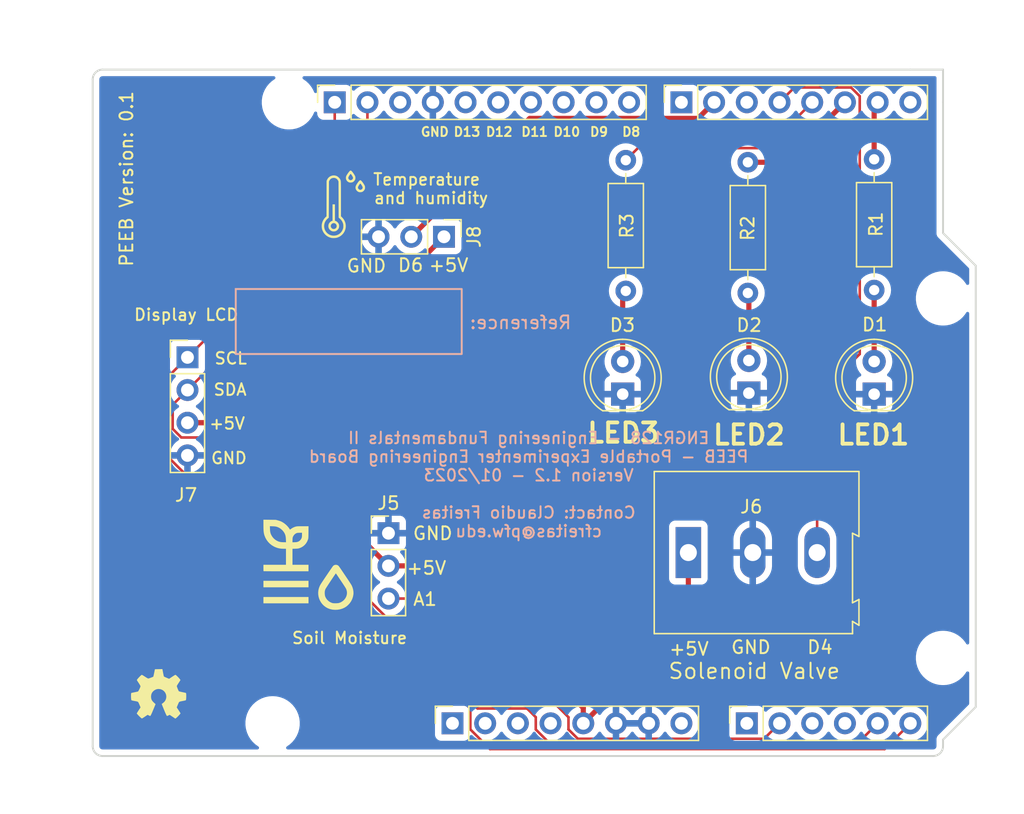
<source format=kicad_pcb>
(kicad_pcb (version 20211014) (generator pcbnew)
  (title_block (date "mar. 31 mars 2015"))
  (layers (0 "F.Cu" signal) (31 "B.Cu" signal) (34 "B.Paste" user) (35 "F.Paste" user) (36 "B.SilkS" user "B.Silkscreen") (37 "F.SilkS" user "F.Silkscreen") (38 "B.Mask" user) (39 "F.Mask" user) (44 "Edge.Cuts" user))
  (net 0 "")
  (net 1 "GND")
  (net 3 "+5V")
  (net 4 "/IOREF")
  (net 5 "Net-(D1-Pad2)")
  (net 6 "Net-(D2-Pad2)")
  (net 7 "Net-(D3-Pad2)")
  (net 8 "/A3")
  (net 9 "SCL")
  (net 10 "SDA")
  (net 11 "D13")
  (net 12 "D12")
  (net 13 "/AREF")
  (net 14 "D11")
  (net 15 "D10")
  (net 16 "D9")
  (net 17 "D8")
  (net 18 "A0")
  (net 19 "A1")
  (net 20 "A2")
  (net 21 "D7")
  (net 22 "D6")
  (net 23 "D5")
  (net 24 "D4")
  (net 25 "/RX{slash}0")
  (net 26 "+3V3")
  (net 27 "VCC")
  (net 28 "/~{RESET}")
  (net 29 "D3")
  (net 30 "D2")
  (net 31 "D1")
  (footprint "Connector_PinSocket_2.54mm:PinSocket_1x08_P2.54mm_Vertical" (layer "F.Cu") (at 127.94 97.46 90)
    (fp_text reference "J1" hide)
    (fp_text value "Power")
    (fp_line (start -1.33 19.11) (end 1.33 19.11) (layer "F.SilkS") (width 0.12))
    (fp_line (start 1.33 1.27) (end 1.33 19.11) (layer "F.SilkS") (width 0.12))
    (fp_line (start -1.33 1.27) (end 1.33 1.27) (layer "F.SilkS") (width 0.12))
    (fp_line (start 0 -1.33) (end 1.33 -1.33) (layer "F.SilkS") (width 0.12))
    (fp_line (start 1.33 -1.33) (end 1.33 0) (layer "F.SilkS") (width 0.12))
    (fp_line (start -1.33 1.27) (end -1.33 19.11) (layer "F.SilkS") (width 0.12))
    (pad "1" thru_hole rect locked (at 0 0 90) (size 1.7 1.7) (drill 1) (layers *.Cu *.Mask))
    (pad "2" thru_hole oval locked (at 0 2.54 90) (size 1.7 1.7) (drill 1) (layers *.Cu *.Mask) (net 4 "/IOREF"))
    (pad "3" thru_hole oval locked (at 0 5.08 90) (size 1.7 1.7) (drill 1) (layers *.Cu *.Mask) (net 28 "/~{RESET}"))
    (pad "4" thru_hole oval locked (at 0 7.62 90) (size 1.7 1.7) (drill 1) (layers *.Cu *.Mask) (net 26 "+3V3"))
    (pad "5" thru_hole oval locked (at 0 10.16 90) (size 1.7 1.7) (drill 1) (layers *.Cu *.Mask) (net 3 "+5V"))
    (pad "6" thru_hole oval locked (at 0 12.7 90) (size 1.7 1.7) (drill 1) (layers *.Cu *.Mask) (net 1 "GND"))
    (pad "7" thru_hole oval locked (at 0 15.24 90) (size 1.7 1.7) (drill 1) (layers *.Cu *.Mask) (net 1 "GND"))
    (pad "8" thru_hole oval locked (at 0 17.78 90) (size 1.7 1.7) (drill 1) (layers *.Cu *.Mask) (net 27 "VCC"))
  )
  (footprint "Connector_PinSocket_2.54mm:PinSocket_1x06_P2.54mm_Vertical" (layer "F.Cu") (at 150.8 97.46 90)
    (fp_text reference "J3" hide)
    (fp_text value "Analog")
    (fp_line (start 1.33 1.27) (end 1.33 14.03) (layer "F.SilkS") (width 0.12))
    (fp_line (start 0 -1.33) (end 1.33 -1.33) (layer "F.SilkS") (width 0.12))
    (fp_line (start -1.33 1.27) (end 1.33 1.27) (layer "F.SilkS") (width 0.12))
    (fp_line (start -1.33 1.27) (end -1.33 14.03) (layer "F.SilkS") (width 0.12))
    (fp_line (start -1.33 14.03) (end 1.33 14.03) (layer "F.SilkS") (width 0.12))
    (fp_line (start 1.33 -1.33) (end 1.33 0) (layer "F.SilkS") (width 0.12))
    (pad "1" thru_hole rect locked (at 0 0 90) (size 1.7 1.7) (drill 1) (layers *.Cu *.Mask) (net 18 "A0"))
    (pad "2" thru_hole oval locked (at 0 2.54 90) (size 1.7 1.7) (drill 1) (layers *.Cu *.Mask) (net 19 "A1"))
    (pad "3" thru_hole oval locked (at 0 5.08 90) (size 1.7 1.7) (drill 1) (layers *.Cu *.Mask) (net 20 "A2"))
    (pad "4" thru_hole oval locked (at 0 7.62 90) (size 1.7 1.7) (drill 1) (layers *.Cu *.Mask) (net 8 "/A3"))
    (pad "5" thru_hole oval locked (at 0 10.16 90) (size 1.7 1.7) (drill 1) (layers *.Cu *.Mask) (net 10 "SDA"))
    (pad "6" thru_hole oval locked (at 0 12.7 90) (size 1.7 1.7) (drill 1) (layers *.Cu *.Mask) (net 9 "SCL"))
  )
  (footprint "Connector_PinSocket_2.54mm:PinSocket_1x10_P2.54mm_Vertical" (layer "F.Cu") (at 118.796 49.2 90)
    (fp_text reference "J2" hide)
    (fp_text value "Digital/PWM")
    (fp_line (start -1.33 24.19) (end 1.33 24.19) (layer "F.SilkS") (width 0.12))
    (fp_line (start -1.33 1.27) (end -1.33 24.19) (layer "F.SilkS") (width 0.12))
    (fp_line (start 1.33 -1.33) (end 1.33 0) (layer "F.SilkS") (width 0.12))
    (fp_line (start 0 -1.33) (end 1.33 -1.33) (layer "F.SilkS") (width 0.12))
    (fp_line (start 1.33 1.27) (end 1.33 24.19) (layer "F.SilkS") (width 0.12))
    (fp_line (start -1.33 1.27) (end 1.33 1.27) (layer "F.SilkS") (width 0.12))
    (pad "1" thru_hole rect locked (at 0 0 90) (size 1.7 1.7) (drill 1) (layers *.Cu *.Mask) (net 9 "SCL"))
    (pad "2" thru_hole oval locked (at 0 2.54 90) (size 1.7 1.7) (drill 1) (layers *.Cu *.Mask) (net 10 "SDA"))
    (pad "3" thru_hole oval locked (at 0 5.08 90) (size 1.7 1.7) (drill 1) (layers *.Cu *.Mask) (net 13 "/AREF"))
    (pad "4" thru_hole oval locked (at 0 7.62 90) (size 1.7 1.7) (drill 1) (layers *.Cu *.Mask) (net 1 "GND"))
    (pad "5" thru_hole oval locked (at 0 10.16 90) (size 1.7 1.7) (drill 1) (layers *.Cu *.Mask) (net 11 "D13"))
    (pad "6" thru_hole oval locked (at 0 12.7 90) (size 1.7 1.7) (drill 1) (layers *.Cu *.Mask) (net 12 "D12"))
    (pad "7" thru_hole oval locked (at 0 15.24 90) (size 1.7 1.7) (drill 1) (layers *.Cu *.Mask) (net 14 "D11"))
    (pad "8" thru_hole oval locked (at 0 17.78 90) (size 1.7 1.7) (drill 1) (layers *.Cu *.Mask) (net 15 "D10"))
    (pad "9" thru_hole oval locked (at 0 20.32 90) (size 1.7 1.7) (drill 1) (layers *.Cu *.Mask) (net 16 "D9"))
    (pad "10" thru_hole oval locked (at 0 22.86 90) (size 1.7 1.7) (drill 1) (layers *.Cu *.Mask) (net 17 "D8"))
  )
  (footprint "Connector_PinSocket_2.54mm:PinSocket_1x08_P2.54mm_Vertical" (layer "F.Cu") (at 145.72 49.2 90)
    (fp_text reference "J4" hide)
    (fp_text value "Digital/PWM")
    (fp_line (start -1.33 19.11) (end 1.33 19.11) (layer "F.SilkS") (width 0.12))
    (fp_line (start -1.33 1.27) (end -1.33 19.11) (layer "F.SilkS") (width 0.12))
    (fp_line (start 0 -1.33) (end 1.33 -1.33) (layer "F.SilkS") (width 0.12))
    (fp_line (start -1.33 1.27) (end 1.33 1.27) (layer "F.SilkS") (width 0.12))
    (fp_line (start 1.33 -1.33) (end 1.33 0) (layer "F.SilkS") (width 0.12))
    (fp_line (start 1.33 1.27) (end 1.33 19.11) (layer "F.SilkS") (width 0.12))
    (pad "1" thru_hole rect locked (at 0 0 90) (size 1.7 1.7) (drill 1) (layers *.Cu *.Mask) (net 21 "D7"))
    (pad "2" thru_hole oval locked (at 0 2.54 90) (size 1.7 1.7) (drill 1) (layers *.Cu *.Mask) (net 22 "D6"))
    (pad "3" thru_hole oval locked (at 0 5.08 90) (size 1.7 1.7) (drill 1) (layers *.Cu *.Mask) (net 23 "D5"))
    (pad "4" thru_hole oval locked (at 0 7.62 90) (size 1.7 1.7) (drill 1) (layers *.Cu *.Mask) (net 24 "D4"))
    (pad "5" thru_hole oval locked (at 0 10.16 90) (size 1.7 1.7) (drill 1) (layers *.Cu *.Mask) (net 29 "D3"))
    (pad "6" thru_hole oval locked (at 0 12.7 90) (size 1.7 1.7) (drill 1) (layers *.Cu *.Mask) (net 30 "D2"))
    (pad "7" thru_hole oval locked (at 0 15.24 90) (size 1.7 1.7) (drill 1) (layers *.Cu *.Mask) (net 31 "D1"))
    (pad "8" thru_hole oval locked (at 0 17.78 90) (size 1.7 1.7) (drill 1) (layers *.Cu *.Mask) (net 25 "/RX{slash}0"))
  )
  (footprint "LED_THT:LED_D5.0mm_IRGrey" (layer "F.Cu") (at 141.16 71.88 90)
    (fp_text reference "D3" (at 5.36 -0.02 180) (layer "F.SilkS"))
    (fp_text value "LED")
    (fp_line (start -1.29 -1.545) (end -1.29 1.545) (layer "F.SilkS") (width 0.12))
    (fp_arc (start -1.29 -1.54483) (mid 2.072002 -2.880433) (end 4.26 0.000462) (layer "F.SilkS") (width 0.12))
    (fp_arc (start 4.26 -0.000462) (mid 2.072002 2.880433) (end -1.29 1.54483) (layer "F.SilkS") (width 0.12))
    (fp_circle (center 1.27 0) (end 3.77 0) (layer "F.SilkS") (width 0.12) (fill none))
    (pad "1" thru_hole rect (at 0 0 90) (size 1.8 1.8) (drill 0.9) (layers *.Cu *.Mask) (net 1 "GND"))
    (pad "2" thru_hole circle (at 2.54 0 90) (size 1.8 1.8) (drill 0.9) (layers *.Cu *.Mask) (net 7 "Net-(D3-Pad2)"))
  )
  (footprint "Connector_PinHeader_2.54mm:PinHeader_1x03_P2.54mm_Vertical" (layer "F.Cu") (at 122.97 82.685)
    (fp_text reference "J5" (at 0 -2.33) (layer "F.SilkS"))
    (fp_text value "Conn_01x03_Female")
    (fp_line (start -1.33 6.41) (end 1.33 6.41) (layer "F.SilkS") (width 0.12))
    (fp_line (start 1.33 1.27) (end 1.33 6.41) (layer "F.SilkS") (width 0.12))
    (fp_line (start -1.33 -1.33) (end 0 -1.33) (layer "F.SilkS") (width 0.12))
    (fp_line (start -1.33 0) (end -1.33 -1.33) (layer "F.SilkS") (width 0.12))
    (fp_line (start -1.33 1.27) (end -1.33 6.41) (layer "F.SilkS") (width 0.12))
    (fp_line (start -1.33 1.27) (end 1.33 1.27) (layer "F.SilkS") (width 0.12))
    (pad "1" thru_hole rect (at 0 0) (size 1.7 1.7) (drill 1) (layers *.Cu *.Mask) (net 1 "GND"))
    (pad "2" thru_hole oval (at 0 2.54) (size 1.7 1.7) (drill 1) (layers *.Cu *.Mask) (net 3 "+5V"))
    (pad "3" thru_hole oval (at 0 5.08) (size 1.7 1.7) (drill 1) (layers *.Cu *.Mask) (net 19 "A1"))
  )
  (footprint "Connector_PinHeader_2.54mm:PinHeader_1x04_P2.54mm_Vertical" (layer "F.Cu") (at 107.36 69.02)
    (fp_text reference "J7" (at -0.11 10.7) (layer "F.SilkS"))
    (fp_text value "Conn_01x04_Male")
    (fp_line (start -1.33 -1.33) (end 0 -1.33) (layer "F.SilkS") (width 0.12))
    (fp_line (start -1.33 0) (end -1.33 -1.33) (layer "F.SilkS") (width 0.12))
    (fp_line (start -1.33 1.27) (end 1.33 1.27) (layer "F.SilkS") (width 0.12))
    (fp_line (start 1.33 1.27) (end 1.33 8.95) (layer "F.SilkS") (width 0.12))
    (fp_line (start -1.33 1.27) (end -1.33 8.95) (layer "F.SilkS") (width 0.12))
    (fp_line (start -1.33 8.95) (end 1.33 8.95) (layer "F.SilkS") (width 0.12))
    (pad "1" thru_hole rect (at 0 0) (size 1.7 1.7) (drill 1) (layers *.Cu *.Mask) (net 9 "SCL"))
    (pad "2" thru_hole oval (at 0 2.54) (size 1.7 1.7) (drill 1) (layers *.Cu *.Mask) (net 10 "SDA"))
    (pad "3" thru_hole oval (at 0 5.08) (size 1.7 1.7) (drill 1) (layers *.Cu *.Mask) (net 3 "+5V"))
    (pad "4" thru_hole oval (at 0 7.62) (size 1.7 1.7) (drill 1) (layers *.Cu *.Mask) (net 1 "GND"))
  )
  (footprint "LOGO" (layer "F.Cu") (at 116.76 85.14)
    (fp_text reference "G***" hide)
    (fp_text value "LOGO" hide)
    (fp_poly (pts (xy -3.019413 -3.498295) (xy -2.537264 -3.492397) (xy -2.379968 -3.450855) (xy -2.306088 -3.429717) (xy -2.230909 -3.405471) (xy -2.164704 -3.381562) (xy -2.128441 -3.366525) (xy -1.998568 -3.297399) (xy -1.868706 -3.20958) (xy -1.744909 -3.108236) (xy -1.633232 -2.998533) (xy -1.53973 -2.885638) (xy -1.504577 -2.834193) (xy -1.475617 -2.789843) (xy -1.451927 -2.755938) (xy -1.437379 -2.737933) (xy -1.435159 -2.736397) (xy -1.42131 -2.743801) (xy -1.39203 -2.764082) (xy -1.353287 -2.793077) (xy -1.347736 -2.797371) (xy -1.218919 -2.880518) (xy -1.073288 -2.943647) (xy -0.990093 -2.968519) (xy -0.958145 -2.976084) (xy -0.925602 -2.982102) (xy -0.888949 -2.986748) (xy -0.844672 -2.990194) (xy -0.789256 -2.992611) (xy -0.719184 -2.994174) (xy -0.630943 -2.995055) (xy -0.521017 -2.995426) (xy -0.441386 -2.995476) (xy 0.001919 -2.995476) (xy -0.003088 -2.527006) (xy -0.00452 -2.400492) (xy -0.005974 -2.298041) (xy -0.007662 -2.216362) (xy -0.009797 -2.152163) (xy -0.012593 -2.102152) (xy -0.016262 -2.063038) (xy -0.021017 -2.031528) (xy -0.027072 -2.004331) (xy -0.034639 -1.978154) (xy -0.039592 -1.962789) (xy -0.10544 -1.803764) (xy -0.192299 -1.66123) (xy -0.298755 -1.5366) (xy -0.423396 -1.431283) (xy -0.564807 -1.346691) (xy -0.718094 -1.285323) (xy -0.765552 -1.272346) (xy -0.816965 -1.2628) (xy -0.878577 -1.25594) (xy -0.956633 -1.251019) (xy -1.029267 -1.248167) (xy -1.244696 -1.241088) (xy -1.244696 0) (xy 0 0) (xy 0 0.506085) (xy -1.741662 0.506085) (xy -1.95773 0.506015) (xy -2.166222 0.50581) (xy -2.365502 0.505478) (xy -2.553937 0.505029) (xy -2.729893 0.50447) (xy -2.891735 0.503811) (xy -3.037829 0.503059) (xy -3.166541 0.502223) (xy -3.276237 0.501312) (xy -3.365283 0.500334) (xy -3.432045 0.499298) (xy -3.474888 0.498212) (xy -3.492178 0.497085) (xy -3.492443 0.496967) (xy -3.49538 0.480969) (xy -3.497924 0.442171) (xy -3.499911 0.385128) (xy -3.501176 0.314395) (xy -3.501561 0.243924) (xy -3.501561 0) (xy -1.750781 0) (xy -1.750781 -1.244696) (xy -1.932014 -1.244739) (xy -2.113526 -1.251961) (xy -2.278783 -1.274657) (xy -2.435159 -1.314513) (xy -2.590026 -1.373215) (xy -2.680883 -1.415971) (xy -2.848214 -1.51481) (xy -3.000879 -1.635265) (xy -3.136721 -1.774663) (xy -3.253586 -1.930328) (xy -3.349317 -2.099586) (xy -3.421759 -2.279764) (xy -3.446802 -2.366102) (xy -3.462154 -2.432919) (xy -3.474531 -2.503205) (xy -3.484199 -2.580627) (xy -3.491424 -2.668853) (xy -3.496473 -2.771552) (xy -3.499612 -2.892391) (xy -3.50073 -2.998894) (xy -2.998894 -2.998894) (xy -2.991911 -2.788596) (xy -2.986672 -2.678589) (xy -2.978105 -2.588878) (xy -2.964731 -2.512469) (xy -2.945072 -2.442364) (xy -2.91765 -2.371568) (xy -2.891992 -2.31566) (xy -2.814603 -2.183944) (xy -2.716527 -2.064409) (xy -2.601773 -1.960507) (xy -2.474346 -1.875687) (xy -2.338256 -1.813399) (xy -2.290666 -1.79795) (xy -2.220671 -1.77965) (xy -2.152474 -1.766852) (xy -2.078349 -1.758635) (xy -1.990572 -1.754076) (xy -1.909533 -1.752487) (xy -1.746853 -1.750781) (xy -1.247864 -1.750781) (xy -1.118851 -1.750781) (xy -1.050187 -1.752474) (xy -0.980834 -1.756978) (xy -0.922918 -1.76343) (xy -0.909112 -1.765704) (xy -0.798565 -1.798601) (xy -0.703524 -1.853866) (xy -0.623062 -1.932132) (xy -0.581555 -1.990145) (xy -0.550601 -2.044784) (xy -0.529112 -2.098113) (xy -0.515554 -2.157059) (xy -0.508396 -2.228546) (xy -0.506105 -2.319498) (xy -0.506085 -2.331296) (xy -0.506085 -2.491459) (xy -0.694157 -2.487006) (xy -0.772347 -2.484685) (xy -0.829489 -2.481385) (xy -0.871891 -2.476149) (xy -0.905863 -2.468021) (xy -0.937711 -2.456043) (xy -0.957458 -2.447067) (xy -1.049066 -2.389255) (xy -1.127916 -2.309865) (xy -1.189698 -2.213337) (xy -1.19513 -2.202154) (xy -1.212511 -2.163433) (xy -1.224554 -2.129441) (xy -1.232456 -2.093351) (xy -1.237411 -2.048338) (xy -1.240617 -1.987574) (xy -1.242461 -1.932014) (xy -1.247864 -1.750781) (xy -1.746853 -1.750781) (xy -1.75469 -1.95937) (xy -1.7622 -2.085638) (xy -1.77525 -2.19142) (xy -1.795252 -2.283273) (xy -1.823618 -2.367755) (xy -1.859849 -2.447652) (xy -1.933766 -2.567445) (xy -2.029147 -2.680419) (xy -2.140118 -2.78085) (xy -2.260809 -2.863014) (xy -2.315686 -2.892004) (xy -2.391371 -2.925995) (xy -2.461283 -2.951149) (xy -2.532416 -2.968945) (xy -2.611766 -2.98086) (xy -2.70633 -2.988371) (xy -2.788596 -2.991911) (xy -2.998894 -2.998894) (xy -3.50073 -2.998894) (xy -3.501109 -3.035039) (xy -3.501324 -3.116474) (xy -3.501561 -3.504191)) (layer "F.SilkS") (width 0) (fill solid))
    (fp_poly (pts (xy 0 2.995477) (xy -3.501561 2.995477) (xy -3.501561 2.50307) (xy 0 2.50307)) (layer "F.SilkS") (width 0) (fill solid))
    (fp_poly (pts (xy 0 1.750781) (xy -3.501561 1.750781) (xy -3.501561 1.244696) (xy 0 1.244696)) (layer "F.SilkS") (width 0) (fill solid))
    (fp_poly (pts (xy 2.219569 0.015209) (xy 2.292944 0.049876) (xy 2.340688 0.090602) (xy 2.357716 0.112205) (xy 2.387512 0.153182) (xy 2.427697 0.210129) (xy 2.47589 0.279639) (xy 2.529713 0.358308) (xy 2.586786 0.442731) (xy 2.587998 0.444534) (xy 2.652586 0.540638) (xy 2.72804 0.652856) (xy 2.809937 0.774616) (xy 2.893857 0.899347) (xy 2.975378 1.020476) (xy 3.05008 1.131431) (xy 3.053277 1.136179) (xy 3.116942 1.231468) (xy 3.177849 1.324044) (xy 3.233702 1.410304) (xy 3.2822 1.48665) (xy 3.321045 1.549481) (xy 3.347938 1.595197) (xy 3.356414 1.610965) (xy 3.416863 1.753808) (xy 3.460946 1.906698) (xy 3.487264 2.06225) (xy 3.494417 2.213076) (xy 3.488061 2.305614) (xy 3.451486 2.495587) (xy 3.38982 2.675616) (xy 3.304058 2.844003) (xy 3.195195 2.999045) (xy 3.064226 3.139041) (xy 2.940765 3.241616) (xy 2.791732 3.335456) (xy 2.626831 3.40907) (xy 2.449377 3.461736) (xy 2.262684 3.492732) (xy 2.070068 3.501334) (xy 1.874844 3.486819) (xy 1.839688 3.481697) (xy 1.661234 3.440801) (xy 1.495709 3.377423) (xy 1.344098 3.293693) (xy 1.207386 3.191738) (xy 1.086557 3.073688) (xy 0.982597 2.941671) (xy 0.896491 2.797817) (xy 0.829223 2.644255) (xy 0.781778 2.483113) (xy 0.755142 2.31652) (xy 0.751021 2.171941) (xy 1.260152 2.171941) (xy 1.262854 2.259054) (xy 1.270585 2.343758) (xy 1.282873 2.416842) (xy 1.293591 2.455197) (xy 1.354293 2.585725) (xy 1.437412 2.703545) (xy 1.539852 2.805816) (xy 1.658513 2.889697) (xy 1.7903 2.952349) (xy 1.860205 2.974842) (xy 1.911995 2.983805) (xy 1.983083 2.989171) (xy 2.066055 2.991095) (xy 2.153499 2.989728) (xy 2.238 2.985225) (xy 2.312147 2.977738) (xy 2.368524 2.967421) (xy 2.379968 2.964095) (xy 2.528639 2.90206) (xy 2.659252 2.819711) (xy 2.771353 2.717398) (xy 2.864492 2.595474) (xy 2.875126 2.578298) (xy 2.938994 2.447822) (xy 2.97681 2.312584) (xy 2.988453 2.175139) (xy 2.973798 2.03804) (xy 2.932726 1.90384) (xy 2.909784 1.853366) (xy 2.892045 1.821714) (xy 2.861165 1.770932) (xy 2.819379 1.704515) (xy 2.768922 1.625959) (xy 2.712029 1.53876) (xy 2.650933 1.446414) (xy 2.621245 1.401993) (xy 2.55416 1.301919) (xy 2.485697 1.199727) (xy 2.419019 1.100142) (xy 2.35729 1.007892) (xy 2.303673 0.927704) (xy 2.261333 0.864306) (xy 2.252761 0.851454) (xy 2.211221 0.79001) (xy 2.174654 0.737538) (xy 2.145822 0.697876) (xy 2.127489 0.674863) (xy 2.122587 0.670638) (xy 2.112589 0.681808) (xy 2.089398 0.713351) (xy 2.05472 0.762697) (xy 2.010257 0.827275) (xy 1.957716 0.904515) (xy 1.898801 0.991845) (xy 1.835215 1.086696) (xy 1.768665 1.186496) (xy 1.700854 1.288676) (xy 1.633487 1.390664) (xy 1.568269 1.489889) (xy 1.506903 1.583782) (xy 1.451096 1.669772) (xy 1.40255 1.745287) (xy 1.362972 1.807758) (xy 1.334065 1.854614) (xy 1.317534 1.883284) (xy 1.314979 1.888565) (xy 1.296225 1.940205) (xy 1.278433 2.000114) (xy 1.271717 2.027334) (xy 1.262949 2.09163) (xy 1.260152 2.171941) (xy 0.751021 2.171941) (xy 0.750299 2.146605) (xy 0.768234 1.975497) (xy 0.809932 1.805324) (xy 0.876378 1.638217) (xy 0.935828 1.52804) (xy 0.962095 1.485821) (xy 1.00052 1.426077) (xy 1.049446 1.351252) (xy 1.107218 1.263791) (xy 1.172178 1.166138) (xy 1.242671 1.060739) (xy 1.317041 0.950036) (xy 1.393631 0.836474) (xy 1.470786 0.722499) (xy 1.546848 0.610554) (xy 1.620163 0.503083) (xy 1.689073 0.402531) (xy 1.751922 0.311343) (xy 1.807055 0.231963) (xy 1.852815 0.166834) (xy 1.887546 0.118403) (xy 1.909592 0.089112) (xy 1.915245 0.082504) (xy 1.980501 0.034549) (xy 2.057123 0.007427) (xy 2.138887 0.00102)) (layer "F.SilkS") (width 0) (fill solid))
  )
  (footprint "Resistor_THT:R_Axial_DIN0207_L6.3mm_D2.5mm_P10.16mm_Horizontal" (layer "F.Cu") (at 160.69 63.79 90)
    (fp_text reference "R1" (at 5.11 0.14 90) (layer "F.SilkS"))
    (fp_text value "220")
    (fp_line (start 8.35 1.37) (end 8.35 -1.37) (layer "F.SilkS") (width 0.12))
    (fp_line (start 1.04 0) (end 1.81 0) (layer "F.SilkS") (width 0.12))
    (fp_line (start 1.81 1.37) (end 8.35 1.37) (layer "F.SilkS") (width 0.12))
    (fp_line (start 9.12 0) (end 8.35 0) (layer "F.SilkS") (width 0.12))
    (fp_line (start 1.81 -1.37) (end 1.81 1.37) (layer "F.SilkS") (width 0.12))
    (fp_line (start 8.35 -1.37) (end 1.81 -1.37) (layer "F.SilkS") (width 0.12))
    (pad "1" thru_hole circle (at 0 0 90) (size 1.6 1.6) (drill 0.8) (layers *.Cu *.Mask) (net 5 "Net-(D1-Pad2)"))
    (pad "2" thru_hole oval (at 10.16 0 90) (size 1.6 1.6) (drill 0.8) (layers *.Cu *.Mask) (net 31 "D1"))
  )
  (footprint "Arduino_MountingHole:MountingHole_3.2mm" (layer "F.Cu") (at 115.24 49.2)
    (fp_text reference "MH1" hide)
    (fp_text value "MountingHole_3.2mm" hide)
    (pad "" np_thru_hole circle locked (at 0 0) (size 3.2 3.2) (drill 3.2) (layers *.Cu *.Mask))
  )
  (footprint "Connector_PinHeader_2.54mm:PinHeader_1x03_P2.54mm_Vertical" (layer "F.Cu") (at 127.28 59.65 -90)
    (fp_text reference "J8" (at 0 -2.33 90) (layer "F.SilkS"))
    (fp_text value "Conn_01x03_Female")
    (fp_line (start -1.33 1.27) (end -1.33 6.41) (layer "F.SilkS") (width 0.12))
    (fp_line (start -1.33 6.41) (end 1.33 6.41) (layer "F.SilkS") (width 0.12))
    (fp_line (start -1.33 0) (end -1.33 -1.33) (layer "F.SilkS") (width 0.12))
    (fp_line (start 1.33 1.27) (end 1.33 6.41) (layer "F.SilkS") (width 0.12))
    (fp_line (start -1.33 1.27) (end 1.33 1.27) (layer "F.SilkS") (width 0.12))
    (fp_line (start -1.33 -1.33) (end 0 -1.33) (layer "F.SilkS") (width 0.12))
    (pad "1" thru_hole rect (at 0 0 270) (size 1.7 1.7) (drill 1) (layers *.Cu *.Mask) (net 3 "+5V"))
    (pad "2" thru_hole oval (at 0 2.54 270) (size 1.7 1.7) (drill 1) (layers *.Cu *.Mask) (net 22 "D6"))
    (pad "3" thru_hole oval (at 0 5.08 270) (size 1.7 1.7) (drill 1) (layers *.Cu *.Mask) (net 1 "GND"))
  )
  (footprint "LED_THT:LED_D5.0mm_IRGrey" (layer "F.Cu") (at 160.69 71.88 90)
    (fp_text reference "D1" (at 5.4 0.04 180) (layer "F.SilkS"))
    (fp_text value "LED")
    (fp_line (start -1.29 -1.545) (end -1.29 1.545) (layer "F.SilkS") (width 0.12))
    (fp_arc (start 4.26 -0.000462) (mid 2.072002 2.880433) (end -1.29 1.54483) (layer "F.SilkS") (width 0.12))
    (fp_arc (start -1.29 -1.54483) (mid 2.072002 -2.880433) (end 4.26 0.000462) (layer "F.SilkS") (width 0.12))
    (fp_circle (center 1.27 0) (end 3.77 0) (layer "F.SilkS") (width 0.12) (fill none))
    (pad "1" thru_hole rect (at 0 0 90) (size 1.8 1.8) (drill 0.9) (layers *.Cu *.Mask) (net 1 "GND"))
    (pad "2" thru_hole circle (at 2.54 0 90) (size 1.8 1.8) (drill 0.9) (layers *.Cu *.Mask) (net 5 "Net-(D1-Pad2)"))
  )
  (footprint "Resistor_THT:R_Axial_DIN0207_L6.3mm_D2.5mm_P10.16mm_Horizontal" (layer "F.Cu") (at 150.88 64.02 90)
    (fp_text reference "R2" (at 5.03 -0.01 90) (layer "F.SilkS"))
    (fp_text value "220")
    (fp_line (start 1.81 -1.37) (end 1.81 1.37) (layer "F.SilkS") (width 0.12))
    (fp_line (start 1.81 1.37) (end 8.35 1.37) (layer "F.SilkS") (width 0.12))
    (fp_line (start 8.35 1.37) (end 8.35 -1.37) (layer "F.SilkS") (width 0.12))
    (fp_line (start 1.04 0) (end 1.81 0) (layer "F.SilkS") (width 0.12))
    (fp_line (start 8.35 -1.37) (end 1.81 -1.37) (layer "F.SilkS") (width 0.12))
    (fp_line (start 9.12 0) (end 8.35 0) (layer "F.SilkS") (width 0.12))
    (pad "1" thru_hole circle (at 0 0 90) (size 1.6 1.6) (drill 0.8) (layers *.Cu *.Mask) (net 6 "Net-(D2-Pad2)"))
    (pad "2" thru_hole oval (at 10.16 0 90) (size 1.6 1.6) (drill 0.8) (layers *.Cu *.Mask) (net 30 "D2"))
  )
  (footprint "LOGO" (layer "F.Cu") (at 105.109063 95.157022)
    (fp_text reference "G***" hide)
    (fp_text value "LOGO" hide)
    (fp_poly (pts (xy 0.355366 -1.634338) (xy 0.376237 -1.527725) (xy 0.395289 -1.436956) (xy 0.410551 -1.370991) (xy 0.420051 -1.338788) (xy 0.420671 -1.337675) (xy 0.445551 -1.321545) (xy 0.501953 -1.293575) (xy 0.580136 -1.258437) (xy 0.62964 -1.237437) (xy 0.825947 -1.155856) (xy 1.054253 -1.311261) (xy 1.144359 -1.37089) (xy 1.22324 -1.419932) (xy 1.28266 -1.453482) (xy 1.314381 -1.466632) (xy 1.315115 -1.466666) (xy 1.34624 -1.451272) (xy 1.396986 -1.410249) (xy 1.460038 -1.351332) (xy 1.528078 -1.28226) (xy 1.593788 -1.210768) (xy 1.649852 -1.144595) (xy 1.688953 -1.091476) (xy 1.703774 -1.05915) (xy 1.703318 -1.056186) (xy 1.686172 -1.024847) (xy 1.649748 -0.966) (xy 1.599844 -0.888832) (xy 1.556419 -0.823505) (xy 1.501394 -0.738511) (xy 1.457295 -0.664378) (xy 1.429379 -0.610327) (xy 1.422223 -0.588196) (xy 1.430504 -0.552063) (xy 1.452022 -0.488001) (xy 1.481785 -0.408619) (xy 1.514804 -0.326522) (xy 1.54609 -0.254317) (xy 1.570651 -0.204613) (xy 1.579103 -0.19185) (xy 1.606538 -0.180114) (xy 1.668386 -0.162515) (xy 1.75539 -0.141461) (xy 1.855264 -0.119976) (xy 1.958215 -0.098373) (xy 2.045445 -0.078782) (xy 2.107553 -0.063401) (xy 2.134892 -0.054592) (xy 2.145149 -0.026823) (xy 2.152022 0.034475) (xy 2.155647 0.118525) (xy 2.156163 0.214551) (xy 2.153706 0.311777) (xy 2.148412 0.399426) (xy 2.140419 0.466722) (xy 2.129864 0.50289) (xy 2.127778 0.505204) (xy 2.092558 0.520372) (xy 2.028035 0.538502) (xy 1.955556 0.554189) (xy 1.825746 0.578592) (xy 1.732258 0.59743) (xy 1.667898 0.614187) (xy 1.625473 0.632348) (xy 1.59779 0.655396) (xy 1.577658 0.686814) (xy 1.557882 0.730087) (xy 1.54854 0.751318) (xy 1.510387 0.838783) (xy 1.473145 0.927084) (xy 1.454429 0.973139) (xy 1.416664 1.068499) (xy 1.563888 1.289621) (xy 1.621179 1.377191) (xy 1.668057 1.45174) (xy 1.699656 1.505328) (xy 1.711112 1.529935) (xy 1.696422 1.556051) (xy 1.657557 1.604655) (xy 1.602317 1.66737) (xy 1.538506 1.735819) (xy 1.473927 1.801626) (xy 1.416383 1.856413) (xy 1.374742 1.891052) (xy 1.308389 1.938299) (xy 1.087248 1.791063) (xy 0.866108 1.643827) (xy 0.778384 1.68858) (xy 0.717521 1.71619) (xy 0.669745 1.731933) (xy 0.659201 1.733334) (xy 0.638551 1.712379) (xy 0.603512 1.649707) (xy 0.554213 1.545606) (xy 0.490783 1.400365) (xy 0.413352 1.214273) (xy 0.322049 0.98762) (xy 0.298368 0.92793) (xy 0.247867 0.800305) (xy 0.346921 0.729169) (xy 0.465683 0.62007) (xy 0.547943 0.49431) (xy 0.594982 0.358095) (xy 0.608083 0.217627) (xy 0.588526 0.07911) (xy 0.537593 -0.051252) (xy 0.456566 -0.167256) (xy 0.346725 -0.262699) (xy 0.209353 -0.331376) (xy 0.122879 -0.355419) (xy -0.033853 -0.366327) (xy -0.184383 -0.334208) (xy -0.324368 -0.26044) (xy -0.413326 -0.185191) (xy -0.50151 -0.076037) (xy -0.55432 0.044194) (xy -0.576138 0.186649) (xy -0.577289 0.231873) (xy -0.567424 0.363338) (xy -0.533216 0.474445) (xy -0.469126 0.576757) (xy -0.369616 0.681837) (xy -0.355655 0.694619) (xy -0.226264 0.81171) (xy -0.416125 1.272522) (xy -0.483996 1.433884) (xy -0.541276 1.563073) (xy -0.586798 1.657656) (xy -0.619394 1.715196) (xy -0.637211 1.733334) (xy -0.675232 1.723744) (xy -0.733407 1.699676) (xy -0.756543 1.688385) (xy -0.84465 1.643437) (xy -1.044977 1.778137) (xy -1.130164 1.834554) (xy -1.204102 1.881937) (xy -1.257596 1.914488) (xy -1.279026 1.925777) (xy -1.312276 1.915709) (xy -1.37231 1.870358) (xy -1.459011 1.78982) (xy -1.500818 1.74809) (xy -1.573687 1.672634) (xy -1.633408 1.607753) (xy -1.67385 1.560324) (xy -1.688887 1.537218) (xy -1.688888 1.53714) (xy -1.677366 1.511616) (xy -1.645982 1.457081) (xy -1.599513 1.381513) (xy -1.542735 1.292892) (xy -1.542014 1.291786) (xy -1.395139 1.066754) (xy -1.432555 0.972266) (xy -1.463276 0.897424) (xy -1.501877 0.806974) (xy -1.526317 0.751318) (xy -1.548716 0.701328) (xy -1.569176 0.664828) (xy -1.594995 0.638303) (xy -1.633469 0.618238) (xy -1.691897 0.60112) (xy -1.777575 0.583434) (xy -1.897803 0.561666) (xy -1.933333 0.555314) (xy -2.011987 0.538614) (xy -2.074658 0.520578) (xy -2.105555 0.506441) (xy -2.11603 0.476882) (xy -2.124334 0.414395) (xy -2.130275 0.329718) (xy -2.133658 0.233591) (xy -2.134289 0.136754) (xy -2.131974 0.049946) (xy -2.126519 -0.016093) (xy -2.117731 -0.050625) (xy -2.115654 -0.052747) (xy -2.08772 -0.061366) (xy -2.026027 -0.076121) (xy -1.940461 -0.094744) (xy -1.865654 -0.110068) (xy -1.766125 -0.13031) (xy -1.680529 -0.148392) (xy -1.619754 -0.161975) (xy -1.597374 -0.167688) (xy -1.573081 -0.192082) (xy -1.538602 -0.246933) (xy -1.499283 -0.32106) (xy -1.460471 -0.403279) (xy -1.427513 -0.482406) (xy -1.405756 -0.547259) (xy -1.4 -0.580503) (xy -1.411939 -0.616113) (xy -1.444217 -0.67841) (xy -1.491528 -0.757786) (xy -1.534196 -0.823505) (xy -1.590471 -0.908461) (xy -1.637679 -0.982084) (xy -1.670021 -1.035189) (xy -1.681095 -1.056186) (xy -1.671231 -1.083682) (xy -1.635955 -1.133499) (xy -1.582564 -1.197871) (xy -1.518354 -1.269028) (xy -1.450621 -1.339201) (xy -1.386662 -1.400623) (xy -1.333774 -1.445524) (xy -1.299252 -1.466135) (xy -1.295562 -1.466666) (xy -1.266143 -1.454879) (xy -1.208642 -1.422846) (xy -1.131561 -1.375561) (xy -1.049674 -1.322222) (xy -0.960768 -1.265019) (xy -0.8821 -1.218523) (xy -0.822658 -1.187789) (xy -0.79276 -1.177777) (xy -0.758195 -1.185405) (xy -0.695864 -1.205209) (xy -0.618197 -1.232568) (xy -0.537625 -1.262861) (xy -0.466579 -1.291467) (xy -0.417488 -1.313766) (xy -0.403416 -1.322509) (xy -0.395947 -1.346327) (xy -0.381681 -1.405317) (xy -0.362544 -1.491073) (xy -0.340465 -1.595187) (xy -0.33625 -1.615601) (xy -0.277777 -1.9) (xy 0.012473 -1.906171) (xy 0.302724 -1.912342)) (layer "F.SilkS") (width 0) (fill solid))
  )
  (footprint "LOGO" (layer "F.Cu") (at 119.47 57.13)
    (fp_text reference "G***" hide)
    (fp_text value "LOGO" hide)
    (fp_poly (pts (xy 0.592144 -2.619252) (xy 0.631952 -2.591678) (xy 0.653912 -2.56989) (xy 0.708966 -2.505532) (xy 0.7673 -2.428417) (xy 0.823047 -2.346896) (xy 0.870338 -2.26932) (xy 0.88759 -2.237349) (xy 0.910193 -2.19095) (xy 0.923468 -2.154908) (xy 0.929848 -2.119305) (xy 0.93177 -2.074223) (xy 0.931841 -2.057084) (xy 0.930175 -2.001589) (xy 0.924009 -1.960072) (xy 0.911588 -1.923231) (xy 0.903152 -1.905013) (xy 0.862743 -1.841437) (xy 0.809092 -1.783174) (xy 0.749224 -1.737209) (xy 0.717299 -1.720189) (xy 0.66062 -1.702694) (xy 0.592924 -1.693076) (xy 0.524062 -1.691939) (xy 0.463885 -1.699888) (xy 0.450053 -1.703785) (xy 0.366651 -1.742388) (xy 0.297691 -1.796993) (xy 0.244564 -1.864397) (xy 0.208658 -1.941397) (xy 0.191363 -2.024789) (xy 0.192875 -2.073164) (xy 0.379757 -2.073164) (xy 0.382986 -2.022508) (xy 0.404958 -1.971966) (xy 0.441861 -1.928049) (xy 0.480125 -1.901777) (xy 0.517363 -1.886031) (xy 0.551273 -1.876601) (xy 0.562621 -1.875404) (xy 0.591064 -1.880656) (xy 0.628203 -1.893939) (xy 0.645116 -1.901777) (xy 0.691328 -1.935545) (xy 0.725699 -1.981214) (xy 0.744419 -2.032276) (xy 0.745485 -2.073164) (xy 0.734904 -2.107611) (xy 0.713469 -2.154453) (xy 0.684639 -2.207526) (xy 0.651877 -2.26066) (xy 0.618644 -2.307691) (xy 0.603206 -2.326673) (xy 0.562621 -2.373558) (xy 0.522035 -2.326673) (xy 0.489837 -2.284897) (xy 0.456411 -2.233989) (xy 0.425218 -2.180115) (xy 0.39972 -2.129443) (xy 0.383378 -2.08814) (xy 0.379757 -2.073164) (xy 0.192875 -2.073164) (xy 0.194069 -2.111372) (xy 0.218164 -2.197941) (xy 0.227046 -2.217864) (xy 0.252398 -2.26521) (xy 0.28634 -2.320845) (xy 0.326031 -2.38088) (xy 0.368628 -2.441424) (xy 0.411289 -2.498586) (xy 0.451173 -2.548477) (xy 0.485436 -2.587206) (xy 0.511238 -2.610882) (xy 0.516704 -2.614363) (xy 0.554897 -2.626435)) (layer "F.SilkS") (width 0) (fill solid))
    (fp_poly (pts (xy 1.345209 -1.867834) (xy 1.377176 -1.846013) (xy 1.404073 -1.819728) (xy 1.459127 -1.75537) (xy 1.517462 -1.678255) (xy 1.573208 -1.596735) (xy 1.620499 -1.519159) (xy 1.637752 -1.487188) (xy 1.660355 -1.440788) (xy 1.673629 -1.404746) (xy 1.68001 -1.369144) (xy 1.681931 -1.324061) (xy 1.682002 -1.306922) (xy 1.680337 -1.251427) (xy 1.674171 -1.20991) (xy 1.661749 -1.17307) (xy 1.653313 -1.154852) (xy 1.612904 -1.091276) (xy 1.559253 -1.033012) (xy 1.499386 -0.987048) (xy 1.46746 -0.970028) (xy 1.410781 -0.952533) (xy 1.343085 -0.942914) (xy 1.274223 -0.941777) (xy 1.214047 -0.949726) (xy 1.200215 -0.953624) (xy 1.120178 -0.991407) (xy 1.050165 -1.047118) (xy 0.994314 -1.116524) (xy 0.956765 -1.195393) (xy 0.953493 -1.205951) (xy 0.940391 -1.271745) (xy 0.940585 -1.323003) (xy 1.129918 -1.323003) (xy 1.133148 -1.272346) (xy 1.15512 -1.221805) (xy 1.192022 -1.177887) (xy 1.230287 -1.151616) (xy 1.267525 -1.13587) (xy 1.301435 -1.126439) (xy 1.312782 -1.125243) (xy 1.341225 -1.130494) (xy 1.378364 -1.143777) (xy 1.395278 -1.151616) (xy 1.441489 -1.185383) (xy 1.475861 -1.231053) (xy 1.49458 -1.282115) (xy 1.495646 -1.323003) (xy 1.485066 -1.357449) (xy 1.46363 -1.404292) (xy 1.434801 -1.457364) (xy 1.402039 -1.510499) (xy 1.368805 -1.557529) (xy 1.353368 -1.576512) (xy 1.312782 -1.623397) (xy 1.272197 -1.576512) (xy 1.239999 -1.534736) (xy 1.206572 -1.483827) (xy 1.17538 -1.429954) (xy 1.149882 -1.379282) (xy 1.133539 -1.337979) (xy 1.129918 -1.323003) (xy 0.940585 -1.323003) (xy 0.94064 -1.337404) (xy 0.955178 -1.405895) (xy 0.984943 -1.480187) (xy 1.030874 -1.563248) (xy 1.09391 -1.658046) (xy 1.098523 -1.664547) (xy 1.156425 -1.743422) (xy 1.204878 -1.802912) (xy 1.245932 -1.844056) (xy 1.281638 -1.867897) (xy 1.314047 -1.875476)) (layer "F.SilkS") (width 0) (fill solid))
    (fp_poly (pts (xy -0.668886 -2.244262) (xy -0.561096 -2.218079) (xy -0.505325 -2.195318) (xy -0.454586 -2.164708) (xy -0.398575 -2.120057) (xy -0.343119 -2.067122) (xy -0.294048 -2.01166) (xy -0.257188 -1.959429) (xy -0.246764 -1.939871) (xy -0.237905 -1.921049) (xy -0.22998 -1.903721) (xy -0.222937 -1.886544) (xy -0.216724 -1.868172) (xy -0.21129 -1.847262) (xy -0.206581 -1.822469) (xy -0.202546 -1.792449) (xy -0.199133 -1.755857) (xy -0.196289 -1.711349) (xy -0.193962 -1.65758) (xy -0.1921 -1.593207) (xy -0.190651 -1.516884) (xy -0.189563 -1.427268) (xy -0.188784 -1.323014) (xy -0.188261 -1.202777) (xy -0.187942 -1.065214) (xy -0.187775 -0.90898) (xy -0.187708 -0.73273) (xy -0.187689 -0.53512) (xy -0.18768 -0.417037) (xy -0.187541 0.929978) (xy -0.105569 1.009547) (xy -0.006759 1.120878) (xy 0.072207 1.242537) (xy 0.130955 1.372302) (xy 0.169114 1.507951) (xy 0.186311 1.64726) (xy 0.182174 1.788008) (xy 0.156331 1.927972) (xy 0.10841 2.064929) (xy 0.080827 2.122528) (xy 0.004226 2.244832) (xy -0.090387 2.353709) (xy -0.200555 2.447155) (xy -0.323822 2.523171) (xy -0.45773 2.579753) (xy -0.494392 2.591151) (xy -0.569259 2.6072) (xy -0.65774 2.617513) (xy -0.751511 2.621799) (xy -0.842252 2.619768) (xy -0.921639 2.611128) (xy -0.943563 2.606858) (xy -1.087758 2.563206) (xy -1.220193 2.499792) (xy -1.33953 2.417851) (xy -1.444435 2.318618) (xy -1.53357 2.203328) (xy -1.6056 2.073216) (xy -1.652472 1.951592) (xy -1.672446 1.865594) (xy -1.683801 1.76636) (xy -1.686172 1.662594) (xy -1.684464 1.638213) (xy -1.494768 1.638213) (xy -1.49277 1.761482) (xy -1.470372 1.883751) (xy -1.427151 2.002323) (xy -1.370569 2.102945) (xy -1.288889 2.204928) (xy -1.193348 2.289232) (xy -1.086385 2.355028) (xy -0.970442 2.401486) (xy -0.847956 2.427776) (xy -0.721367 2.433068) (xy -0.593114 2.416531) (xy -0.513059 2.394697) (xy -0.391754 2.342848) (xy -0.284553 2.272502) (xy -0.192249 2.184462) (xy -0.115633 2.079528) (xy -0.055497 1.9585) (xy -0.039799 1.916315) (xy -0.024969 1.869986) (xy -0.015452 1.82943) (xy -0.01013 1.786728) (xy -0.007884 1.733962) (xy -0.007544 1.687863) (xy -0.008326 1.623619) (xy -0.011418 1.574868) (xy -0.017938 1.533694) (xy -0.029004 1.492177) (xy -0.039799 1.459411) (xy -0.088737 1.344107) (xy -0.152678 1.241853) (xy -0.234608 1.148514) (xy -0.316475 1.076394) (xy -0.369221 1.034303) (xy -0.375081 -0.370735) (xy -0.380942 -1.775773) (xy -0.411567 -1.84024) (xy -0.461937 -1.921349) (xy -0.526616 -1.984458) (xy -0.603848 -2.028445) (xy -0.691874 -2.05219) (xy -0.750162 -2.056255) (xy -0.844611 -2.045536) (xy -0.9288 -2.01406) (xy -1.00112 -1.96285) (xy -1.059961 -1.892929) (xy -1.088675 -1.841254) (xy -1.119382 -1.775773) (xy -1.125429 -0.369221) (xy -1.126224 -0.189683) (xy -1.127032 -0.016761) (xy -1.127846 0.148111) (xy -1.128657 0.303498) (xy -1.129455 0.447965) (xy -1.130231 0.580077) (xy -1.130978 0.698399) (xy -1.131684 0.801496) (xy -1.132343 0.887932) (xy -1.132944 0.956273) (xy -1.133479 1.005084) (xy -1.133939 1.032929) (xy -1.13422 1.039193) (xy -1.144042 1.046776) (xy -1.167803 1.065346) (xy -1.201021 1.091398) (xy -1.213555 1.101244) (xy -1.307216 1.189064) (xy -1.38259 1.289368) (xy -1.439255 1.399459) (xy -1.476789 1.516639) (xy -1.494768 1.638213) (xy -1.684464 1.638213) (xy -1.679196 1.563001) (xy -1.670897 1.511437) (xy -1.630598 1.366459) (xy -1.570626 1.233991) (xy -1.490347 1.112867) (xy -1.399493 1.011894) (xy -1.313254 0.92785) (xy -1.306922 -1.822658) (xy -1.28047 -1.887126) (xy -1.227101 -1.988618) (xy -1.15795 -2.075055) (xy -1.075686 -2.145375) (xy -0.982979 -2.198517) (xy -0.882497 -2.23342) (xy -0.776909 -2.249022)) (layer "F.SilkS") (width 0) (fill solid))
    (fp_poly (pts (xy -0.656392 1.273908) (xy -0.61093 1.287528) (xy -0.545349 1.31759) (xy -0.481044 1.36562) (xy -0.422942 1.426432) (xy -0.375966 1.494835) (xy -0.345042 1.565643) (xy -0.344194 1.568504) (xy -0.330279 1.649737) (xy -0.331984 1.736259) (xy -0.348605 1.818904) (xy -0.367022 1.866098) (xy -0.411826 1.936312) (xy -0.472524 2.001469) (xy -0.541685 2.054153) (xy -0.572683 2.071373) (xy -0.643548 2.095741) (xy -0.725001 2.107412) (xy -0.807592 2.105862) (xy -0.881873 2.090566) (xy -0.88688 2.088838) (xy -0.965642 2.049803) (xy -1.039099 1.992678) (xy -1.089981 1.936624) (xy -1.136729 1.857271) (xy -1.16388 1.769489) (xy -1.169508 1.701149) (xy -0.982507 1.701149) (xy -0.967952 1.760449) (xy -0.954458 1.790608) (xy -0.913174 1.849661) (xy -0.859187 1.891005) (xy -0.796311 1.91357) (xy -0.728359 1.916283) (xy -0.659143 1.898073) (xy -0.627912 1.882366) (xy -0.575774 1.839645) (xy -0.541015 1.785729) (xy -0.523431 1.724928) (xy -0.522818 1.661551) (xy -0.538971 1.599907) (xy -0.571686 1.544306) (xy -0.620758 1.499057) (xy -0.646802 1.483874) (xy -0.709555 1.459956) (xy -0.766934 1.455838) (xy -0.826062 1.471594) (xy -0.856843 1.486074) (xy -0.898922 1.511858) (xy -0.928029 1.541571) (xy -0.951951 1.581182) (xy -0.977201 1.643739) (xy -0.982507 1.701149) (xy -1.169508 1.701149) (xy -1.171439 1.6777) (xy -1.159413 1.586329) (xy -1.127808 1.499802) (xy -1.089291 1.438156) (xy -1.043543 1.387874) (xy -0.988876 1.34199) (xy -0.932638 1.306043) (xy -0.889393 1.287528) (xy -0.843932 1.273908) (xy -0.843932 0) (xy -0.656392 0)) (layer "F.SilkS") (width 0) (fill solid))
  )
  (footprint "LED_THT:LED_D5.0mm_IRGrey" (layer "F.Cu") (at 150.96 71.8 90)
    (fp_text reference "D2" (at 5.28 0.02 180) (layer "F.SilkS"))
    (fp_text value "LED")
    (fp_line (start -1.29 -1.545) (end -1.29 1.545) (layer "F.SilkS") (width 0.12))
    (fp_arc (start -1.29 -1.54483) (mid 2.072002 -2.880433) (end 4.26 0.000462) (layer "F.SilkS") (width 0.12))
    (fp_arc (start 4.26 -0.000462) (mid 2.072002 2.880433) (end -1.29 1.54483) (layer "F.SilkS") (width 0.12))
    (fp_circle (center 1.27 0) (end 3.77 0) (layer "F.SilkS") (width 0.12) (fill none))
    (pad "1" thru_hole rect (at 0 0 90) (size 1.8 1.8) (drill 0.9) (layers *.Cu *.Mask) (net 1 "GND"))
    (pad "2" thru_hole circle (at 2.54 0 90) (size 1.8 1.8) (drill 0.9) (layers *.Cu *.Mask) (net 6 "Net-(D2-Pad2)"))
  )
  (footprint "TerminalBlock:TerminalBlock_Altech_AK300-3_P5.00mm" (layer "F.Cu") (at 146.26 84.19)
    (fp_text reference "J6" (at 4.89 -3.56) (layer "F.SilkS"))
    (fp_text value "Conn_01x03_Female")
    (fp_line (start -2.65 6.3) (end 12.75 6.3) (layer "F.SilkS") (width 0.12))
    (fp_line (start 12.75 -1.5) (end 13.25 -1.25) (layer "F.SilkS") (width 0.12))
    (fp_line (start -2.65 -6.3) (end -2.65 6.3) (layer "F.SilkS") (width 0.12))
    (fp_line (start 13.25 -6.3) (end -2.65 -6.3) (layer "F.SilkS") (width 0.12))
    (fp_line (start 12.75 3.9) (end 12.75 -1.5) (layer "F.SilkS") (width 0.12))
    (fp_line (start 13.25 3.65) (end 12.75 3.9) (layer "F.SilkS") (width 0.12))
    (fp_line (start 12.75 5.35) (end 13.25 5.65) (layer "F.SilkS") (width 0.12))
    (fp_line (start 13.25 5.65) (end 13.25 3.65) (layer "F.SilkS") (width 0.12))
    (fp_line (start 13.25 -1.25) (end 13.25 -6.3) (layer "F.SilkS") (width 0.12))
    (fp_line (start 12.75 6.3) (end 12.75 5.35) (layer "F.SilkS") (width 0.12))
    (pad "1" thru_hole rect (at 0 0) (size 1.98 3.96) (drill 1.32) (layers *.Cu *.Mask) (net 3 "+5V"))
    (pad "2" thru_hole oval (at 5 0) (size 1.98 3.96) (drill 1.32) (layers *.Cu *.Mask) (net 1 "GND"))
    (pad "3" thru_hole oval (at 10 0) (size 1.98 3.96) (drill 1.32) (layers *.Cu *.Mask) (net 24 "D4"))
  )
  (footprint "Resistor_THT:R_Axial_DIN0207_L6.3mm_D2.5mm_P10.16mm_Horizontal" (layer "F.Cu") (at 141.4 63.86 90)
    (fp_text reference "R3" (at 5.06 0.08 90) (layer "F.SilkS"))
    (fp_text value "220")
    (fp_line (start 8.35 1.37) (end 8.35 -1.37) (layer "F.SilkS") (width 0.12))
    (fp_line (start 1.04 0) (end 1.81 0) (layer "F.SilkS") (width 0.12))
    (fp_line (start 1.81 -1.37) (end 1.81 1.37) (layer "F.SilkS") (width 0.12))
    (fp_line (start 8.35 -1.37) (end 1.81 -1.37) (layer "F.SilkS") (width 0.12))
    (fp_line (start 9.12 0) (end 8.35 0) (layer "F.SilkS") (width 0.12))
    (fp_line (start 1.81 1.37) (end 8.35 1.37) (layer "F.SilkS") (width 0.12))
    (pad "1" thru_hole circle (at 0 0 90) (size 1.6 1.6) (drill 0.8) (layers *.Cu *.Mask) (net 7 "Net-(D3-Pad2)"))
    (pad "2" thru_hole oval (at 10.16 0 90) (size 1.6 1.6) (drill 0.8) (layers *.Cu *.Mask) (net 29 "D3"))
  )
  (footprint "Arduino_MountingHole:MountingHole_3.2mm" (layer "F.Cu") (at 113.97 97.46)
    (fp_text reference "MH2" hide)
    (fp_text value "MountingHole_3.2mm" hide)
    (pad "" np_thru_hole circle locked (at 0 0) (size 3.2 3.2) (drill 3.2) (layers *.Cu *.Mask))
  )
  (footprint "Arduino_MountingHole:MountingHole_3.2mm" (layer "F.Cu") (at 166.04 64.44)
    (fp_text reference "MH3" hide)
    (fp_text value "MountingHole_3.2mm" hide)
    (pad "" np_thru_hole circle locked (at 0 0) (size 3.2 3.2) (drill 3.2) (layers *.Cu *.Mask))
  )
  (footprint "Arduino_MountingHole:MountingHole_3.2mm" (layer "F.Cu") (at 166.04 92.38)
    (fp_text reference "MH4" hide)
    (fp_text value "MountingHole_3.2mm" hide)
    (pad "" np_thru_hole circle locked (at 0 0) (size 3.2 3.2) (drill 3.2) (layers *.Cu *.Mask))
  )
  (gr_rect (start 128.66 63.71) (end 111.11 68.76) (layer "B.SilkS") (width 0.15) (fill none))
  (gr_line (start 166.04 59.36) (end 168.58 61.9) (layer "Edge.Cuts") (width 0.15))
  (gr_line (start 100 99.238) (end 100 47.422) (layer "Edge.Cuts") (width 0.15))
  (gr_line (start 168.58 61.9) (end 168.58 96.19) (layer "Edge.Cuts") (width 0.15))
  (gr_line (start 165.278 100) (end 100.762 100) (layer "Edge.Cuts") (width 0.15))
  (gr_line (start 100.762 46.66) (end 163.5 46.66) (layer "Edge.Cuts") (width 0.15))
  (gr_arc (start 100.762 100) (mid 100.223185 99.776815) (end 100 99.238) (layer "Edge.Cuts") (width 0.15))
  (gr_line (start 163.5 46.66) (end 166.04 46.66) (layer "Edge.Cuts") (width 0.15))
  (gr_line (start 168.58 96.19) (end 166.04 98.73) (layer "Edge.Cuts") (width 0.15))
  (gr_arc (start 166.04 99.238) (mid 165.816815 99.776815) (end 165.278 100) (layer "Edge.Cuts") (width 0.15))
  (gr_line (start 166.04 49.2) (end 166.04 59.36) (layer "Edge.Cuts") (width 0.15))
  (gr_line (start 166.04 98.73) (end 166.04 99.238) (layer "Edge.Cuts") (width 0.15))
  (gr_arc (start 100 47.422) (mid 100.223185 46.883185) (end 100.762 46.66) (layer "Edge.Cuts") (width 0.15))
  (gr_line (start 166.04 46.66) (end 166.04 49.2) (layer "Edge.Cuts") (width 0.15))
  (gr_text "Reference:" (at 133.23 66.31) (layer "B.SilkS") (effects (font (size 1 1)) (justify mirror)))
  (gr_text "ENGR128 - Engineering Fundamentals II\nPEEB - Portable Experimenter Engineering Board\nVersion 1.2 - 01/2023\n\nContact: Claudio Freitas\ncfreitas@pfw.edu" (at 133.86 78.91) (layer "B.SilkS") (effects (font (size 0.9 0.9)) (justify mirror)))
  (gr_text "LED2\n" (at 150.97 75.05) (layer "F.SilkS") (effects (font (size 1.5 1.5) (thickness 0.3))))
  (gr_text "Display LCD" (at 107.26 65.71) (layer "F.SilkS") (effects (font (size 0.9 0.9))))
  (gr_text "Solenoid Valve" (at 151.38 93.4) (layer "F.SilkS") (effects (font (size 1.2 1.2))))
  (gr_text "+5V" (at 125.92 85.39) (layer "F.SilkS") (effects (font (size 1 1))))
  (gr_text "D6" (at 124.69 61.86) (layer "F.SilkS") (effects (font (size 1 1))))
  (gr_text "D11" (at 134.32 51.5) (layer "F.SilkS") (effects (font (size 0.7 0.7))))
  (gr_text "GND" (at 151.12 91.55) (layer "F.SilkS") (effects (font (size 1 1))))
  (gr_text "GND" (at 126.41 82.7) (layer "F.SilkS") (effects (font (size 1 1))))
  (gr_text "+5V" (at 110.44 74.16) (layer "F.SilkS") (effects (font (size 0.9 0.9))))
  (gr_text "GND\n" (at 126.57 51.5) (layer "F.SilkS") (effects (font (size 0.7 0.7))))
  (gr_text "Soil Moisture" (at 119.95 90.83) (layer "F.SilkS") (effects (font (size 0.9 0.9))))
  (gr_text "D8" (at 141.82 51.5) (layer "F.SilkS") (effects (font (size 0.7 0.7))))
  (gr_text "D9\n" (at 139.32 51.5) (layer "F.SilkS") (effects (font (size 0.7 0.7))))
  (gr_text "+5V" (at 127.64 61.86) (layer "F.SilkS") (effects (font (size 1 1))))
  (gr_text "LED1\n" (at 160.63 75.05) (layer "F.SilkS") (effects (font (size 1.5 1.5) (thickness 0.3))))
  (gr_text "SDA" (at 110.67 71.53) (layer "F.SilkS") (effects (font (size 0.9 0.9))))
  (gr_text "GND" (at 121.26 61.91) (layer "F.SilkS") (effects (font (size 1 1))))
  (gr_text "D12" (at 131.57 51.5) (layer "F.SilkS") (effects (font (size 0.7 0.7))))
  (gr_text "D10" (at 136.82 51.5) (layer "F.SilkS") (effects (font (size 0.7 0.7))))
  (gr_text "SCL" (at 110.72 69.1) (layer "F.SilkS") (effects (font (size 0.9 0.9))))
  (gr_text "D13" (at 129.07 51.5) (layer "F.SilkS") (effects (font (size 0.7 0.7))))
  (gr_text "PEEB Version: 0.1" (at 102.62 55.15 90) (layer "F.SilkS") (effects (font (size 1 1))))
  (gr_text "Temperature \nand humidity" (at 126.28 55.92) (layer "F.SilkS") (effects (font (size 0.9 0.9))))
  (gr_text "A1" (at 125.81 87.81) (layer "F.SilkS") (effects (font (size 1 1))))
  (gr_text "GND" (at 110.58 76.85) (layer "F.SilkS") (effects (font (size 0.9 0.9))))
  (gr_text "+5V" (at 146.31 91.68) (layer "F.SilkS") (effects (font (size 1 1))))
  (gr_text "LED3\n" (at 141.21 74.9) (layer "F.SilkS") (effects (font (size 1.5 1.5) (thickness 0.3))))
  (gr_text "D4" (at 156.48 91.55) (layer "F.SilkS") (effects (font (size 1 1))))
  (segment (start 146.26 89.3) (end 138.1 97.46) (width 0.4) (layer "F.Cu") (net 3))
  (segment (start 138.1 97.46) (end 138.1 96.257919) (width 0.4) (layer "F.Cu") (net 3))
  (segment (start 138.1 96.257919) (end 127.067081 85.225) (width 0.4) (layer "F.Cu") (net 3))
  (segment (start 127.28 59.65) (end 112.83 74.1) (width 0.4) (layer "F.Cu") (net 3))
  (segment (start 127.067081 85.225) (end 122.97 85.225) (width 0.4) (layer "F.Cu") (net 3))
  (segment (start 107.36 74.1) (end 111.845 74.1) (width 0.4) (layer "F.Cu") (net 3))
  (segment (start 111.845 74.1) (end 122.97 85.225) (width 0.4) (layer "F.Cu") (net 3))
  (segment (start 146.26 84.19) (end 146.26 89.3) (width 0.4) (layer "F.Cu") (net 3))
  (segment (start 112.83 74.1) (end 107.36 74.1) (width 0.4) (layer "F.Cu") (net 3))
  (segment (start 160.69 63.79) (end 160.69 69.34) (width 0.4) (layer "F.Cu") (net 5))
  (segment (start 150.96 64.1) (end 150.88 64.02) (width 0.4) (layer "F.Cu") (net 6))
  (segment (start 150.96 69.26) (end 150.96 64.1) (width 0.4) (layer "F.Cu") (net 6))
  (segment (start 141.16 64.1) (end 141.4 63.86) (width 0.4) (layer "F.Cu") (net 7))
  (segment (start 141.16 69.34) (end 141.16 64.1) (width 0.4) (layer "F.Cu") (net 7))
  (segment (start 129.33 97.936346) (end 130.853654 99.46) (width 0.2) (layer "F.Cu") (net 9))
  (segment (start 105.81 70.57) (end 105.81 76.716346) (width 0.2) (layer "F.Cu") (net 9))
  (segment (start 105.81 76.716346) (end 123.54717 94.453516) (width 0.2) (layer "F.Cu") (net 9))
  (segment (start 118.796 57.584) (end 107.36 69.02) (width 0.2) (layer "F.Cu") (net 9))
  (segment (start 123.54717 94.453516) (end 127.466484 94.453516) (width 0.2) (layer "F.Cu") (net 9))
  (segment (start 127.466484 94.453516) (end 129.33 96.317032) (width 0.2) (layer "F.Cu") (net 9))
  (segment (start 107.36 69.02) (end 105.81 70.57) (width 0.2) (layer "F.Cu") (net 9))
  (segment (start 161.5 99.46) (end 163.5 97.46) (width 0.2) (layer "F.Cu") (net 9))
  (segment (start 118.796 49.2) (end 118.796 57.584) (width 0.2) (layer "F.Cu") (net 9))
  (segment (start 129.33 96.317032) (end 129.33 97.936346) (width 0.2) (layer "F.Cu") (net 9))
  (segment (start 130.853654 99.46) (end 161.5 99.46) (width 0.2) (layer "F.Cu") (net 9))
  (segment (start 106.21 74.576346) (end 106.883654 75.25) (width 0.2) (layer "F.Cu") (net 10))
  (segment (start 129.888654 96.31) (end 133.736346 96.31) (width 0.2) (layer "F.Cu") (net 10))
  (segment (start 134.41 96.983654) (end 134.41 97.936346) (width 0.2) (layer "F.Cu") (net 10))
  (segment (start 107.36 71.56) (end 106.21 72.71) (width 0.2) (layer "F.Cu") (net 10))
  (segment (start 106.21 72.71) (end 106.21 74.576346) (width 0.2) (layer "F.Cu") (net 10))
  (segment (start 106.883654 75.25) (end 108.828654 75.25) (width 0.2) (layer "F.Cu") (net 10))
  (segment (start 159.36 99.06) (end 160.96 97.46) (width 0.2) (layer "F.Cu") (net 10))
  (segment (start 133.736346 96.31) (end 134.41 96.983654) (width 0.2) (layer "F.Cu") (net 10))
  (segment (start 135.533654 99.06) (end 159.36 99.06) (width 0.2) (layer "F.Cu") (net 10))
  (segment (start 108.828654 75.25) (end 129.888654 96.31) (width 0.2) (layer "F.Cu") (net 10))
  (segment (start 134.41 97.936346) (end 135.533654 99.06) (width 0.2) (layer "F.Cu") (net 10))
  (segment (start 121.336 49.2) (end 121.336 57.584) (width 0.2) (layer "F.Cu") (net 10))
  (segment (start 121.336 57.584) (end 107.36 71.56) (width 0.2) (layer "F.Cu") (net 10))
  (segment (start 152.14 98.66) (end 153.34 97.46) (width 0.2) (layer "F.Cu") (net 19))
  (segment (start 136.95 96.983654) (end 136.95 97.936346) (width 0.2) (layer "F.Cu") (net 19))
  (segment (start 136.95 97.936346) (end 137.673654 98.66) (width 0.2) (layer "F.Cu") (net 19))
  (segment (start 127.731346 87.765) (end 136.95 96.983654) (width 0.2) (layer "F.Cu") (net 19))
  (segment (start 122.97 87.765) (end 127.731346 87.765) (width 0.2) (layer "F.Cu") (net 19))
  (segment (start 137.673654 98.66) (end 152.14 98.66) (width 0.2) (layer "F.Cu") (net 19))
  (segment (start 147.01 50.45) (end 148.26 49.2) (width 0.4) (layer "F.Cu") (net 22))
  (segment (start 124.74 59.65) (end 133.94 50.45) (width 0.4) (layer "F.Cu") (net 22))
  (segment (start 133.94 50.45) (end 147.01 50.45) (width 0.4) (layer "F.Cu") (net 22))
  (segment (start 153.34 49.2) (end 154.49 48.05) (width 0.2) (layer "F.Cu") (net 24))
  (segment (start 156.26 72.072943) (end 156.26 84.19) (width 0.2) (layer "F.Cu") (net 24))
  (segment (start 158.896346 48.05) (end 159.57 48.723654) (width 0.2) (layer "F.Cu") (net 24))
  (segment (start 159.57 48.723654) (end 159.57 68.762943) (width 0.2) (layer "F.Cu") (net 24))
  (segment (start 159.57 68.762943) (end 156.26 72.072943) (width 0.2) (layer "F.Cu") (net 24))
  (segment (start 154.49 48.05) (end 158.896346 48.05) (width 0.2) (layer "F.Cu") (net 24))
  (segment (start 142.34 52.76) (end 152.32 52.76) (width 0.2) (layer "F.Cu") (net 29))
  (segment (start 141.4 53.7) (end 142.34 52.76) (width 0.2) (layer "F.Cu") (net 29))
  (segment (start 152.32 52.76) (end 155.88 49.2) (width 0.2) (layer "F.Cu") (net 29))
  (segment (start 150.88 53.86) (end 153.76 53.86) (width 0.4) (layer "F.Cu") (net 30))
  (segment (start 153.76 53.86) (end 158.42 49.2) (width 0.4) (layer "F.Cu") (net 30))
  (segment (start 160.69 53.63) (end 160.69 49.47) (width 0.4) (layer "F.Cu") (net 31))
  (segment (start 160.69 49.47) (end 160.96 49.2) (width 0.4) (layer "F.Cu") (net 31))
  (zone (net 1) (net_name "GND") (layer "B.Cu") (connect_pads (clearance 0.508)) (min_thickness 0.254) (fill yes (thermal_gap 0.508) (thermal_bridge_width 0.508))
    (polygon (pts (xy 171.73 42.32) (xy 172.35 104.5) (xy 92.8 103.94) (xy 97.52 41.25)))
  )
)
</source>
